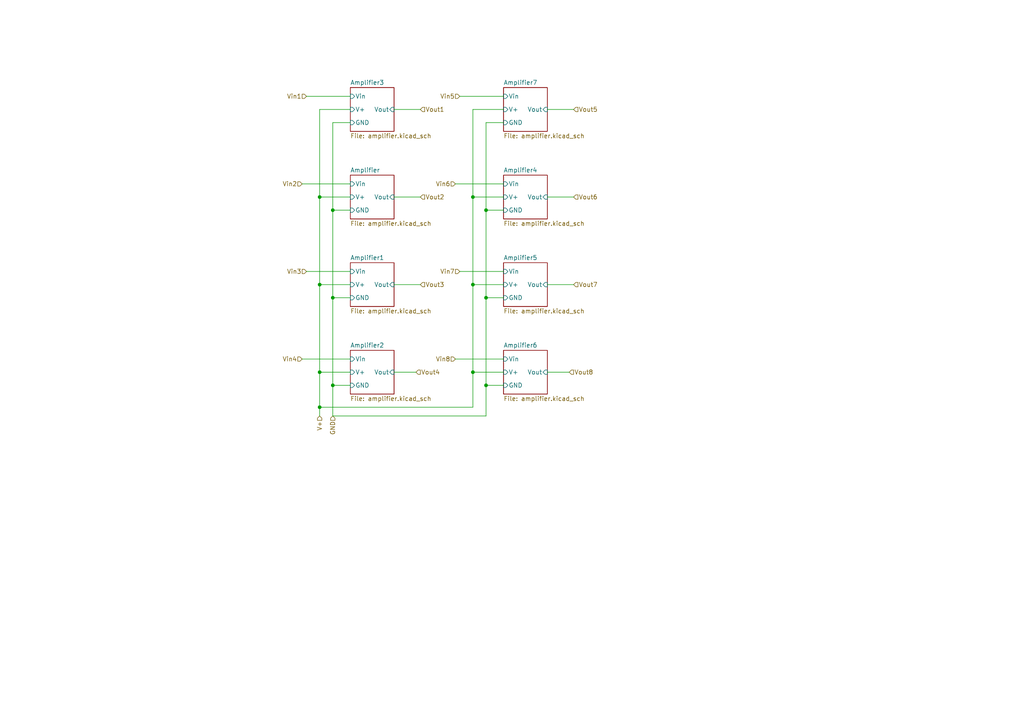
<source format=kicad_sch>
(kicad_sch
	(version 20250114)
	(generator "eeschema")
	(generator_version "9.0")
	(uuid "e48cab61-350f-4d94-9c6d-54fccaf9d27b")
	(paper "A4")
	(lib_symbols)
	(junction
		(at 137.16 107.95)
		(diameter 0)
		(color 0 0 0 0)
		(uuid "1d677c9d-0072-4aba-a3a4-9969cd731220")
	)
	(junction
		(at 96.52 86.36)
		(diameter 0)
		(color 0 0 0 0)
		(uuid "288a07b4-d0c5-4561-b747-e0915a0bc495")
	)
	(junction
		(at 92.71 107.95)
		(diameter 0)
		(color 0 0 0 0)
		(uuid "2d5dc819-b8bb-4f6f-91ae-4ef09606698b")
	)
	(junction
		(at 92.71 118.11)
		(diameter 0)
		(color 0 0 0 0)
		(uuid "3173f16a-f60a-40f0-8448-f4ad4589d8dd")
	)
	(junction
		(at 140.97 60.96)
		(diameter 0)
		(color 0 0 0 0)
		(uuid "5c440df6-c97c-4305-89e9-061395487ef9")
	)
	(junction
		(at 92.71 82.55)
		(diameter 0)
		(color 0 0 0 0)
		(uuid "5cdbec31-7bc6-4501-8a80-f6f7be15d104")
	)
	(junction
		(at 140.97 111.76)
		(diameter 0)
		(color 0 0 0 0)
		(uuid "609d1608-01e5-4ef5-a21a-b71af257352c")
	)
	(junction
		(at 92.71 57.15)
		(diameter 0)
		(color 0 0 0 0)
		(uuid "65ce9a34-765a-48c4-bff2-27bff1ce897c")
	)
	(junction
		(at 140.97 86.36)
		(diameter 0)
		(color 0 0 0 0)
		(uuid "74974c0c-3581-499b-9458-35dda00da609")
	)
	(junction
		(at 96.52 111.76)
		(diameter 0)
		(color 0 0 0 0)
		(uuid "937020f3-35b4-4112-83d4-63ce4df91577")
	)
	(junction
		(at 137.16 82.55)
		(diameter 0)
		(color 0 0 0 0)
		(uuid "bab3fc60-6c4d-4b60-a38b-8ddcc31d0db8")
	)
	(junction
		(at 96.52 60.96)
		(diameter 0)
		(color 0 0 0 0)
		(uuid "c02fe51c-1b55-457d-860d-b4aff7614799")
	)
	(junction
		(at 137.16 57.15)
		(diameter 0)
		(color 0 0 0 0)
		(uuid "f6b14d03-6a2a-4d73-8f44-3ec6e3c25af7")
	)
	(wire
		(pts
			(xy 140.97 86.36) (xy 140.97 111.76)
		)
		(stroke
			(width 0)
			(type default)
		)
		(uuid "00d67e43-1cb4-41fb-96b5-21ce476a8112")
	)
	(wire
		(pts
			(xy 137.16 82.55) (xy 137.16 107.95)
		)
		(stroke
			(width 0)
			(type default)
		)
		(uuid "0942c131-8f3e-4587-990b-8d1da4e52e56")
	)
	(wire
		(pts
			(xy 96.52 86.36) (xy 96.52 111.76)
		)
		(stroke
			(width 0)
			(type default)
		)
		(uuid "12668ff4-5f19-4e86-87bc-ad827c07605c")
	)
	(wire
		(pts
			(xy 132.08 53.34) (xy 146.05 53.34)
		)
		(stroke
			(width 0)
			(type default)
		)
		(uuid "1afccc8d-d9ed-4357-a853-d57f009411e6")
	)
	(wire
		(pts
			(xy 146.05 82.55) (xy 137.16 82.55)
		)
		(stroke
			(width 0)
			(type default)
		)
		(uuid "1bbb17da-115d-4717-adc2-655905c5d10d")
	)
	(wire
		(pts
			(xy 146.05 31.75) (xy 137.16 31.75)
		)
		(stroke
			(width 0)
			(type default)
		)
		(uuid "1e3e3d47-bf99-4e5c-93ad-db815e6fcc85")
	)
	(wire
		(pts
			(xy 101.6 86.36) (xy 96.52 86.36)
		)
		(stroke
			(width 0)
			(type default)
		)
		(uuid "207002af-ea55-4df2-a7fa-161c575c60d1")
	)
	(wire
		(pts
			(xy 133.35 78.74) (xy 146.05 78.74)
		)
		(stroke
			(width 0)
			(type default)
		)
		(uuid "25aa8f2c-35ef-4562-b178-737c106f51c6")
	)
	(wire
		(pts
			(xy 137.16 107.95) (xy 137.16 118.11)
		)
		(stroke
			(width 0)
			(type default)
		)
		(uuid "29fa1acd-1aac-43dd-a42d-05e88574104c")
	)
	(wire
		(pts
			(xy 96.52 111.76) (xy 96.52 120.65)
		)
		(stroke
			(width 0)
			(type default)
		)
		(uuid "347f8078-5001-4a6b-ae0a-631ed89bd3ac")
	)
	(wire
		(pts
			(xy 96.52 120.65) (xy 140.97 120.65)
		)
		(stroke
			(width 0)
			(type default)
		)
		(uuid "39be6c21-9363-4376-abe5-f2d52130154d")
	)
	(wire
		(pts
			(xy 137.16 57.15) (xy 137.16 82.55)
		)
		(stroke
			(width 0)
			(type default)
		)
		(uuid "491f20f8-c712-4ced-81f0-decfbc9d4473")
	)
	(wire
		(pts
			(xy 96.52 35.56) (xy 96.52 60.96)
		)
		(stroke
			(width 0)
			(type default)
		)
		(uuid "4c647ac3-fbc8-48fb-8cc2-61093b5d9b78")
	)
	(wire
		(pts
			(xy 92.71 31.75) (xy 92.71 57.15)
		)
		(stroke
			(width 0)
			(type default)
		)
		(uuid "583114f4-18e3-427b-b24e-806737df977c")
	)
	(wire
		(pts
			(xy 137.16 107.95) (xy 146.05 107.95)
		)
		(stroke
			(width 0)
			(type default)
		)
		(uuid "607ae7db-a610-45b8-a92e-6f04d4a6bf8b")
	)
	(wire
		(pts
			(xy 92.71 118.11) (xy 92.71 120.65)
		)
		(stroke
			(width 0)
			(type default)
		)
		(uuid "6274c498-7086-42f3-af19-2c7e331e47f9")
	)
	(wire
		(pts
			(xy 114.3 57.15) (xy 121.92 57.15)
		)
		(stroke
			(width 0)
			(type default)
		)
		(uuid "636c1df2-6047-450b-8581-9e30b2134367")
	)
	(wire
		(pts
			(xy 101.6 31.75) (xy 92.71 31.75)
		)
		(stroke
			(width 0)
			(type default)
		)
		(uuid "67ec77e3-bda3-4180-af0c-1b51a6ccda1d")
	)
	(wire
		(pts
			(xy 146.05 57.15) (xy 137.16 57.15)
		)
		(stroke
			(width 0)
			(type default)
		)
		(uuid "68500631-4190-4f5a-979c-b3435b411aac")
	)
	(wire
		(pts
			(xy 158.75 57.15) (xy 166.37 57.15)
		)
		(stroke
			(width 0)
			(type default)
		)
		(uuid "6cd876a8-c64f-4501-b046-fbaa42c22ae6")
	)
	(wire
		(pts
			(xy 140.97 60.96) (xy 140.97 86.36)
		)
		(stroke
			(width 0)
			(type default)
		)
		(uuid "6fc23290-4672-4d0c-b202-faa107771e05")
	)
	(wire
		(pts
			(xy 96.52 60.96) (xy 96.52 86.36)
		)
		(stroke
			(width 0)
			(type default)
		)
		(uuid "717e62de-5558-4e8c-af21-08d1b6bf5e36")
	)
	(wire
		(pts
			(xy 132.08 104.14) (xy 146.05 104.14)
		)
		(stroke
			(width 0)
			(type default)
		)
		(uuid "7364ec26-56b7-4e76-86b7-42ae89979184")
	)
	(wire
		(pts
			(xy 87.63 53.34) (xy 101.6 53.34)
		)
		(stroke
			(width 0)
			(type default)
		)
		(uuid "73a7ffd1-91e4-4eee-be54-71cf758274c3")
	)
	(wire
		(pts
			(xy 92.71 107.95) (xy 92.71 118.11)
		)
		(stroke
			(width 0)
			(type default)
		)
		(uuid "7670f095-df72-4e29-aa8d-60bf7abf12a2")
	)
	(wire
		(pts
			(xy 140.97 111.76) (xy 146.05 111.76)
		)
		(stroke
			(width 0)
			(type default)
		)
		(uuid "794a8545-5a05-401c-8344-89f0e9f4b068")
	)
	(wire
		(pts
			(xy 96.52 111.76) (xy 101.6 111.76)
		)
		(stroke
			(width 0)
			(type default)
		)
		(uuid "7e3825d0-1d28-4f97-a9e3-54579ac9bfdd")
	)
	(wire
		(pts
			(xy 114.3 82.55) (xy 121.92 82.55)
		)
		(stroke
			(width 0)
			(type default)
		)
		(uuid "8fc7065d-32ba-457b-8ca3-97d4585b5b7a")
	)
	(wire
		(pts
			(xy 158.75 31.75) (xy 166.37 31.75)
		)
		(stroke
			(width 0)
			(type default)
		)
		(uuid "934f7ddc-5c9a-4205-988c-05e55d81bd48")
	)
	(wire
		(pts
			(xy 137.16 31.75) (xy 137.16 57.15)
		)
		(stroke
			(width 0)
			(type default)
		)
		(uuid "98d173d3-c14e-45e3-9ee6-e39ff4ee4882")
	)
	(wire
		(pts
			(xy 96.52 60.96) (xy 101.6 60.96)
		)
		(stroke
			(width 0)
			(type default)
		)
		(uuid "98f77f0d-e66b-4935-a34d-aa0247eab02f")
	)
	(wire
		(pts
			(xy 137.16 118.11) (xy 92.71 118.11)
		)
		(stroke
			(width 0)
			(type default)
		)
		(uuid "9e84ae25-358f-4986-ad20-2c8a6fab0e6d")
	)
	(wire
		(pts
			(xy 158.75 107.95) (xy 165.1 107.95)
		)
		(stroke
			(width 0)
			(type default)
		)
		(uuid "a200aad3-efb7-4c60-b8cb-7aa1b2216b92")
	)
	(wire
		(pts
			(xy 92.71 82.55) (xy 92.71 107.95)
		)
		(stroke
			(width 0)
			(type default)
		)
		(uuid "a87b09aa-b045-4968-b532-317ac8f0b2be")
	)
	(wire
		(pts
			(xy 92.71 107.95) (xy 101.6 107.95)
		)
		(stroke
			(width 0)
			(type default)
		)
		(uuid "a8ddbbc5-f948-4dbf-8e85-8b0d6452cd07")
	)
	(wire
		(pts
			(xy 92.71 57.15) (xy 92.71 82.55)
		)
		(stroke
			(width 0)
			(type default)
		)
		(uuid "b4402838-e4f8-453a-8f81-0b7703229963")
	)
	(wire
		(pts
			(xy 88.9 27.94) (xy 101.6 27.94)
		)
		(stroke
			(width 0)
			(type default)
		)
		(uuid "b4ebb020-c9bd-4cad-acae-10ced2c5b8a7")
	)
	(wire
		(pts
			(xy 114.3 31.75) (xy 121.92 31.75)
		)
		(stroke
			(width 0)
			(type default)
		)
		(uuid "b82331b2-75bc-4567-9b1f-fdf00e020d72")
	)
	(wire
		(pts
			(xy 101.6 82.55) (xy 92.71 82.55)
		)
		(stroke
			(width 0)
			(type default)
		)
		(uuid "bd4c2861-22f9-4075-85c2-8ccc00274d07")
	)
	(wire
		(pts
			(xy 101.6 35.56) (xy 96.52 35.56)
		)
		(stroke
			(width 0)
			(type default)
		)
		(uuid "c456d894-b9ac-4e4c-b815-ee7648864bb3")
	)
	(wire
		(pts
			(xy 146.05 35.56) (xy 140.97 35.56)
		)
		(stroke
			(width 0)
			(type default)
		)
		(uuid "ce1e3352-3555-4630-bc04-d53bcf93bd43")
	)
	(wire
		(pts
			(xy 133.35 27.94) (xy 146.05 27.94)
		)
		(stroke
			(width 0)
			(type default)
		)
		(uuid "ceaf7e4d-d87e-448f-92ff-eac71f70988b")
	)
	(wire
		(pts
			(xy 158.75 82.55) (xy 166.37 82.55)
		)
		(stroke
			(width 0)
			(type default)
		)
		(uuid "d31dfab9-53e2-4153-ba92-a8171e6579d9")
	)
	(wire
		(pts
			(xy 140.97 35.56) (xy 140.97 60.96)
		)
		(stroke
			(width 0)
			(type default)
		)
		(uuid "df8dde17-b90a-4216-a12e-483f4f4770a5")
	)
	(wire
		(pts
			(xy 140.97 111.76) (xy 140.97 120.65)
		)
		(stroke
			(width 0)
			(type default)
		)
		(uuid "e58392d9-3879-4de7-8b21-00f14e60bd79")
	)
	(wire
		(pts
			(xy 88.9 78.74) (xy 101.6 78.74)
		)
		(stroke
			(width 0)
			(type default)
		)
		(uuid "e898edb5-7336-4547-a9c6-5f0a5e0674f5")
	)
	(wire
		(pts
			(xy 101.6 57.15) (xy 92.71 57.15)
		)
		(stroke
			(width 0)
			(type default)
		)
		(uuid "ed07a01e-8895-4564-9705-036eddb44600")
	)
	(wire
		(pts
			(xy 146.05 86.36) (xy 140.97 86.36)
		)
		(stroke
			(width 0)
			(type default)
		)
		(uuid "ed773429-947b-4a43-a209-0a2423394203")
	)
	(wire
		(pts
			(xy 87.63 104.14) (xy 101.6 104.14)
		)
		(stroke
			(width 0)
			(type default)
		)
		(uuid "efb9b540-bfaf-453e-90d8-fd12f5ae30dd")
	)
	(wire
		(pts
			(xy 140.97 60.96) (xy 146.05 60.96)
		)
		(stroke
			(width 0)
			(type default)
		)
		(uuid "f5acbdc8-8143-46af-a2ac-37407b4c2d1b")
	)
	(wire
		(pts
			(xy 114.3 107.95) (xy 120.65 107.95)
		)
		(stroke
			(width 0)
			(type default)
		)
		(uuid "fbd23c7a-fcf3-4453-9f31-ec24af5d0212")
	)
	(hierarchical_label "Vout7"
		(shape input)
		(at 166.37 82.55 0)
		(effects
			(font
				(size 1.27 1.27)
			)
			(justify left)
		)
		(uuid "1d7001c0-4623-4ed5-a4a5-21214fa1c09e")
	)
	(hierarchical_label "Vout8"
		(shape input)
		(at 165.1 107.95 0)
		(effects
			(font
				(size 1.27 1.27)
			)
			(justify left)
		)
		(uuid "3b720ee5-06d1-41dc-8eef-ace856dc3c06")
	)
	(hierarchical_label "Vout3"
		(shape input)
		(at 121.92 82.55 0)
		(effects
			(font
				(size 1.27 1.27)
			)
			(justify left)
		)
		(uuid "727aac8b-75f4-4e04-ae82-8c61f64c7c08")
	)
	(hierarchical_label "V+"
		(shape input)
		(at 92.71 120.65 270)
		(effects
			(font
				(size 1.27 1.27)
			)
			(justify right)
		)
		(uuid "7a803dcb-a83f-45d2-b802-eb8d37c25ea5")
	)
	(hierarchical_label "Vout5"
		(shape input)
		(at 166.37 31.75 0)
		(effects
			(font
				(size 1.27 1.27)
			)
			(justify left)
		)
		(uuid "82cecd76-652a-418d-99c7-ad9da1cda9e6")
	)
	(hierarchical_label "Vout6"
		(shape input)
		(at 166.37 57.15 0)
		(effects
			(font
				(size 1.27 1.27)
			)
			(justify left)
		)
		(uuid "9c575009-a477-4263-beb7-17f433a184e6")
	)
	(hierarchical_label "Vout4"
		(shape input)
		(at 120.65 107.95 0)
		(effects
			(font
				(size 1.27 1.27)
			)
			(justify left)
		)
		(uuid "a89c7f30-553f-4c42-a0ae-77a7bca5746f")
	)
	(hierarchical_label "Vin5"
		(shape input)
		(at 133.35 27.94 180)
		(effects
			(font
				(size 1.27 1.27)
			)
			(justify right)
		)
		(uuid "b01b78a5-88c7-4ef4-9173-b1844076e2cd")
	)
	(hierarchical_label "Vin6"
		(shape input)
		(at 132.08 53.34 180)
		(effects
			(font
				(size 1.27 1.27)
			)
			(justify right)
		)
		(uuid "b1a0bef6-ce52-4f90-9ce4-d3bf12dd207a")
	)
	(hierarchical_label "Vin1"
		(shape input)
		(at 88.9 27.94 180)
		(effects
			(font
				(size 1.27 1.27)
			)
			(justify right)
		)
		(uuid "ba1e0a18-c9a2-4c49-87f5-fd61f08606c7")
	)
	(hierarchical_label "Vin8"
		(shape input)
		(at 132.08 104.14 180)
		(effects
			(font
				(size 1.27 1.27)
			)
			(justify right)
		)
		(uuid "bb1eaef0-f2b1-4c66-8fb0-3dc13eb09261")
	)
	(hierarchical_label "Vout1"
		(shape input)
		(at 121.92 31.75 0)
		(effects
			(font
				(size 1.27 1.27)
			)
			(justify left)
		)
		(uuid "bdca3c91-ed50-41c8-b836-755639b3c8d0")
	)
	(hierarchical_label "GND"
		(shape input)
		(at 96.52 120.65 270)
		(effects
			(font
				(size 1.27 1.27)
			)
			(justify right)
		)
		(uuid "cfe3ea44-6276-45f3-bb4b-80df627190c7")
	)
	(hierarchical_label "Vin4"
		(shape input)
		(at 87.63 104.14 180)
		(effects
			(font
				(size 1.27 1.27)
			)
			(justify right)
		)
		(uuid "d23da617-5de7-471f-ae73-766865a75872")
	)
	(hierarchical_label "Vout2"
		(shape input)
		(at 121.92 57.15 0)
		(effects
			(font
				(size 1.27 1.27)
			)
			(justify left)
		)
		(uuid "dba18c1d-f8dd-462c-8f76-258bb7c1171f")
	)
	(hierarchical_label "Vin3"
		(shape input)
		(at 88.9 78.74 180)
		(effects
			(font
				(size 1.27 1.27)
			)
			(justify right)
		)
		(uuid "e96a6428-0949-4a80-9ed1-bdafbfad506f")
	)
	(hierarchical_label "Vin7"
		(shape input)
		(at 133.35 78.74 180)
		(effects
			(font
				(size 1.27 1.27)
			)
			(justify right)
		)
		(uuid "f0f575c7-dd95-4431-9cae-f532fdb4b129")
	)
	(hierarchical_label "Vin2"
		(shape input)
		(at 87.63 53.34 180)
		(effects
			(font
				(size 1.27 1.27)
			)
			(justify right)
		)
		(uuid "fa8cfb4c-b82a-4ab5-a647-f38354023903")
	)
	(sheet
		(at 146.05 25.4)
		(size 12.7 12.7)
		(exclude_from_sim no)
		(in_bom yes)
		(on_board yes)
		(dnp no)
		(fields_autoplaced yes)
		(stroke
			(width 0.1524)
			(type solid)
		)
		(fill
			(color 0 0 0 0.0000)
		)
		(uuid "1fd7814c-bf78-4168-8615-5c3b0fc9b0ad")
		(property "Sheetname" "Amplifier7"
			(at 146.05 24.6884 0)
			(effects
				(font
					(size 1.27 1.27)
				)
				(justify left bottom)
			)
		)
		(property "Sheetfile" "amplifier.kicad_sch"
			(at 146.05 38.6846 0)
			(effects
				(font
					(size 1.27 1.27)
				)
				(justify left top)
			)
		)
		(pin "GND" input
			(at 146.05 35.56 180)
			(uuid "162e467f-e212-4d68-9944-a370ca45af23")
			(effects
				(font
					(size 1.27 1.27)
				)
				(justify left)
			)
		)
		(pin "V+" input
			(at 146.05 31.75 180)
			(uuid "a0497710-1363-494b-bc18-530d7800073f")
			(effects
				(font
					(size 1.27 1.27)
				)
				(justify left)
			)
		)
		(pin "Vin" input
			(at 146.05 27.94 180)
			(uuid "dbda772b-9254-4bcb-8364-2746c27969b2")
			(effects
				(font
					(size 1.27 1.27)
				)
				(justify left)
			)
		)
		(pin "Vout" input
			(at 158.75 31.75 0)
			(uuid "6b20a270-9cdc-412a-93ba-25295c540d48")
			(effects
				(font
					(size 1.27 1.27)
				)
				(justify right)
			)
		)
		(instances
			(project "Capstone"
				(path "/eb20fb8b-6e33-462b-9505-401dab49dd09/c48a3149-0db5-4f51-8f7c-d62a83337e21"
					(page "11")
				)
			)
		)
	)
	(sheet
		(at 146.05 76.2)
		(size 12.7 12.7)
		(exclude_from_sim no)
		(in_bom yes)
		(on_board yes)
		(dnp no)
		(fields_autoplaced yes)
		(stroke
			(width 0.1524)
			(type solid)
		)
		(fill
			(color 0 0 0 0.0000)
		)
		(uuid "38d387e9-625d-463c-9a0f-4cb3349aa826")
		(property "Sheetname" "Amplifier5"
			(at 146.05 75.4884 0)
			(effects
				(font
					(size 1.27 1.27)
				)
				(justify left bottom)
			)
		)
		(property "Sheetfile" "amplifier.kicad_sch"
			(at 146.05 89.4846 0)
			(effects
				(font
					(size 1.27 1.27)
				)
				(justify left top)
			)
		)
		(pin "GND" input
			(at 146.05 86.36 180)
			(uuid "cea512db-cb0d-4e8d-abb3-358501f1f4e8")
			(effects
				(font
					(size 1.27 1.27)
				)
				(justify left)
			)
		)
		(pin "V+" input
			(at 146.05 82.55 180)
			(uuid "991d5687-5299-4d46-b34e-84d1894e83a6")
			(effects
				(font
					(size 1.27 1.27)
				)
				(justify left)
			)
		)
		(pin "Vin" input
			(at 146.05 78.74 180)
			(uuid "b76e9cc7-5604-4cb2-940a-889d29054871")
			(effects
				(font
					(size 1.27 1.27)
				)
				(justify left)
			)
		)
		(pin "Vout" input
			(at 158.75 82.55 0)
			(uuid "4254214b-7707-420b-93be-a15432807859")
			(effects
				(font
					(size 1.27 1.27)
				)
				(justify right)
			)
		)
		(instances
			(project "Capstone"
				(path "/eb20fb8b-6e33-462b-9505-401dab49dd09/c48a3149-0db5-4f51-8f7c-d62a83337e21"
					(page "9")
				)
			)
		)
	)
	(sheet
		(at 146.05 50.8)
		(size 12.7 12.7)
		(exclude_from_sim no)
		(in_bom yes)
		(on_board yes)
		(dnp no)
		(fields_autoplaced yes)
		(stroke
			(width 0.1524)
			(type solid)
		)
		(fill
			(color 0 0 0 0.0000)
		)
		(uuid "55a662ea-90fb-421c-a8a2-023fee80625b")
		(property "Sheetname" "Amplifier4"
			(at 146.05 50.0884 0)
			(effects
				(font
					(size 1.27 1.27)
				)
				(justify left bottom)
			)
		)
		(property "Sheetfile" "amplifier.kicad_sch"
			(at 146.05 64.0846 0)
			(effects
				(font
					(size 1.27 1.27)
				)
				(justify left top)
			)
		)
		(pin "GND" input
			(at 146.05 60.96 180)
			(uuid "576e9c14-9e3b-4f0c-ae58-40c04d49144e")
			(effects
				(font
					(size 1.27 1.27)
				)
				(justify left)
			)
		)
		(pin "V+" input
			(at 146.05 57.15 180)
			(uuid "4fe5eb21-99dd-44b5-9d19-84a2cd575b3f")
			(effects
				(font
					(size 1.27 1.27)
				)
				(justify left)
			)
		)
		(pin "Vin" input
			(at 146.05 53.34 180)
			(uuid "e37767bf-f30d-4453-98bf-30cdc6ed4fe8")
			(effects
				(font
					(size 1.27 1.27)
				)
				(justify left)
			)
		)
		(pin "Vout" input
			(at 158.75 57.15 0)
			(uuid "98d02144-963b-457c-a798-983ee4763f8c")
			(effects
				(font
					(size 1.27 1.27)
				)
				(justify right)
			)
		)
		(instances
			(project "Capstone"
				(path "/eb20fb8b-6e33-462b-9505-401dab49dd09/c48a3149-0db5-4f51-8f7c-d62a83337e21"
					(page "8")
				)
			)
		)
	)
	(sheet
		(at 101.6 101.6)
		(size 12.7 12.7)
		(exclude_from_sim no)
		(in_bom yes)
		(on_board yes)
		(dnp no)
		(fields_autoplaced yes)
		(stroke
			(width 0.1524)
			(type solid)
		)
		(fill
			(color 0 0 0 0.0000)
		)
		(uuid "6edbc10b-b01d-4def-ba7e-a909c19f70ca")
		(property "Sheetname" "Amplifier2"
			(at 101.6 100.8884 0)
			(effects
				(font
					(size 1.27 1.27)
				)
				(justify left bottom)
			)
		)
		(property "Sheetfile" "amplifier.kicad_sch"
			(at 101.6 114.8846 0)
			(effects
				(font
					(size 1.27 1.27)
				)
				(justify left top)
			)
		)
		(pin "GND" input
			(at 101.6 111.76 180)
			(uuid "189ffe48-be07-4a9b-bf20-cbc1c24f91a1")
			(effects
				(font
					(size 1.27 1.27)
				)
				(justify left)
			)
		)
		(pin "V+" input
			(at 101.6 107.95 180)
			(uuid "c32e5db2-4460-4684-8547-874df0a4cdbd")
			(effects
				(font
					(size 1.27 1.27)
				)
				(justify left)
			)
		)
		(pin "Vin" input
			(at 101.6 104.14 180)
			(uuid "62c0fa8e-abcc-435b-a9a7-a26270aa5162")
			(effects
				(font
					(size 1.27 1.27)
				)
				(justify left)
			)
		)
		(pin "Vout" input
			(at 114.3 107.95 0)
			(uuid "1bf39300-cf6a-4dd7-8343-09884d2fa80d")
			(effects
				(font
					(size 1.27 1.27)
				)
				(justify right)
			)
		)
		(instances
			(project "Capstone"
				(path "/eb20fb8b-6e33-462b-9505-401dab49dd09/c48a3149-0db5-4f51-8f7c-d62a83337e21"
					(page "6")
				)
			)
		)
	)
	(sheet
		(at 101.6 25.4)
		(size 12.7 12.7)
		(exclude_from_sim no)
		(in_bom yes)
		(on_board yes)
		(dnp no)
		(fields_autoplaced yes)
		(stroke
			(width 0.1524)
			(type solid)
		)
		(fill
			(color 0 0 0 0.0000)
		)
		(uuid "72bb2763-076a-4e12-957a-4da986febf3b")
		(property "Sheetname" "Amplifier3"
			(at 101.6 24.6884 0)
			(effects
				(font
					(size 1.27 1.27)
				)
				(justify left bottom)
			)
		)
		(property "Sheetfile" "amplifier.kicad_sch"
			(at 101.6 38.6846 0)
			(effects
				(font
					(size 1.27 1.27)
				)
				(justify left top)
			)
		)
		(pin "GND" input
			(at 101.6 35.56 180)
			(uuid "f2bcea26-06fb-4d6f-8aa8-cc16e3e5541e")
			(effects
				(font
					(size 1.27 1.27)
				)
				(justify left)
			)
		)
		(pin "V+" input
			(at 101.6 31.75 180)
			(uuid "6db0e5fd-97f0-4c0b-8981-fe4abb78bea6")
			(effects
				(font
					(size 1.27 1.27)
				)
				(justify left)
			)
		)
		(pin "Vin" input
			(at 101.6 27.94 180)
			(uuid "eef30aab-62b9-4fca-ba4f-8fe183ce0cf0")
			(effects
				(font
					(size 1.27 1.27)
				)
				(justify left)
			)
		)
		(pin "Vout" input
			(at 114.3 31.75 0)
			(uuid "eb65bfee-1473-45e6-aa9b-ad6defb13614")
			(effects
				(font
					(size 1.27 1.27)
				)
				(justify right)
			)
		)
		(instances
			(project "Capstone"
				(path "/eb20fb8b-6e33-462b-9505-401dab49dd09/c48a3149-0db5-4f51-8f7c-d62a83337e21"
					(page "7")
				)
			)
		)
	)
	(sheet
		(at 101.6 76.2)
		(size 12.7 12.7)
		(exclude_from_sim no)
		(in_bom yes)
		(on_board yes)
		(dnp no)
		(fields_autoplaced yes)
		(stroke
			(width 0.1524)
			(type solid)
		)
		(fill
			(color 0 0 0 0.0000)
		)
		(uuid "b051ea0c-81d9-4bc7-8142-5402a0c1e1da")
		(property "Sheetname" "Amplifier1"
			(at 101.6 75.4884 0)
			(effects
				(font
					(size 1.27 1.27)
				)
				(justify left bottom)
			)
		)
		(property "Sheetfile" "amplifier.kicad_sch"
			(at 101.6 89.4846 0)
			(effects
				(font
					(size 1.27 1.27)
				)
				(justify left top)
			)
		)
		(pin "GND" input
			(at 101.6 86.36 180)
			(uuid "aa20c771-0ddf-4af3-b828-e6fa84b4c7c3")
			(effects
				(font
					(size 1.27 1.27)
				)
				(justify left)
			)
		)
		(pin "V+" input
			(at 101.6 82.55 180)
			(uuid "ce8aa74b-e280-44ec-b7de-f41361f5d27a")
			(effects
				(font
					(size 1.27 1.27)
				)
				(justify left)
			)
		)
		(pin "Vin" input
			(at 101.6 78.74 180)
			(uuid "d13b6157-5acc-4931-bf8c-abd0a747849b")
			(effects
				(font
					(size 1.27 1.27)
				)
				(justify left)
			)
		)
		(pin "Vout" input
			(at 114.3 82.55 0)
			(uuid "2fabb76d-b810-4663-9088-dc8ffd8fb1a5")
			(effects
				(font
					(size 1.27 1.27)
				)
				(justify right)
			)
		)
		(instances
			(project "Capstone"
				(path "/eb20fb8b-6e33-462b-9505-401dab49dd09/c48a3149-0db5-4f51-8f7c-d62a83337e21"
					(page "5")
				)
			)
		)
	)
	(sheet
		(at 101.6 50.8)
		(size 12.7 12.7)
		(exclude_from_sim no)
		(in_bom yes)
		(on_board yes)
		(dnp no)
		(fields_autoplaced yes)
		(stroke
			(width 0.1524)
			(type solid)
		)
		(fill
			(color 0 0 0 0.0000)
		)
		(uuid "b9769e2e-c022-46e5-9c9b-4415c0eab55d")
		(property "Sheetname" "Amplifier"
			(at 101.6 50.0884 0)
			(effects
				(font
					(size 1.27 1.27)
				)
				(justify left bottom)
			)
		)
		(property "Sheetfile" "amplifier.kicad_sch"
			(at 101.6 64.0846 0)
			(effects
				(font
					(size 1.27 1.27)
				)
				(justify left top)
			)
		)
		(pin "GND" input
			(at 101.6 60.96 180)
			(uuid "57a0f48c-5c88-45c7-9540-3384900540d2")
			(effects
				(font
					(size 1.27 1.27)
				)
				(justify left)
			)
		)
		(pin "V+" input
			(at 101.6 57.15 180)
			(uuid "62a41aeb-db42-4f5e-94e6-64a3aeec77e1")
			(effects
				(font
					(size 1.27 1.27)
				)
				(justify left)
			)
		)
		(pin "Vin" input
			(at 101.6 53.34 180)
			(uuid "a95ccc9a-08ff-4a3a-a2dc-e56195fa5151")
			(effects
				(font
					(size 1.27 1.27)
				)
				(justify left)
			)
		)
		(pin "Vout" input
			(at 114.3 57.15 0)
			(uuid "53de3fec-a32a-462b-b5b3-b462ca41cb29")
			(effects
				(font
					(size 1.27 1.27)
				)
				(justify right)
			)
		)
		(instances
			(project "Capstone"
				(path "/eb20fb8b-6e33-462b-9505-401dab49dd09/c48a3149-0db5-4f51-8f7c-d62a83337e21"
					(page "3")
				)
			)
		)
	)
	(sheet
		(at 146.05 101.6)
		(size 12.7 12.7)
		(exclude_from_sim no)
		(in_bom yes)
		(on_board yes)
		(dnp no)
		(fields_autoplaced yes)
		(stroke
			(width 0.1524)
			(type solid)
		)
		(fill
			(color 0 0 0 0.0000)
		)
		(uuid "daf83055-0ab7-48b9-a756-ec73eea06236")
		(property "Sheetname" "Amplifier6"
			(at 146.05 100.8884 0)
			(effects
				(font
					(size 1.27 1.27)
				)
				(justify left bottom)
			)
		)
		(property "Sheetfile" "amplifier.kicad_sch"
			(at 146.05 114.8846 0)
			(effects
				(font
					(size 1.27 1.27)
				)
				(justify left top)
			)
		)
		(pin "GND" input
			(at 146.05 111.76 180)
			(uuid "195b13ac-9193-4bcd-a722-2b46b15e0cde")
			(effects
				(font
					(size 1.27 1.27)
				)
				(justify left)
			)
		)
		(pin "V+" input
			(at 146.05 107.95 180)
			(uuid "2afb2bfe-fdaf-448a-a50d-c910905b4839")
			(effects
				(font
					(size 1.27 1.27)
				)
				(justify left)
			)
		)
		(pin "Vin" input
			(at 146.05 104.14 180)
			(uuid "015e6b8e-3b3a-4f8d-9acd-4a743e83d70a")
			(effects
				(font
					(size 1.27 1.27)
				)
				(justify left)
			)
		)
		(pin "Vout" input
			(at 158.75 107.95 0)
			(uuid "36c63fd5-ecc6-4278-839a-e1b67cb2e667")
			(effects
				(font
					(size 1.27 1.27)
				)
				(justify right)
			)
		)
		(instances
			(project "Capstone"
				(path "/eb20fb8b-6e33-462b-9505-401dab49dd09/c48a3149-0db5-4f51-8f7c-d62a83337e21"
					(page "10")
				)
			)
		)
	)
)

</source>
